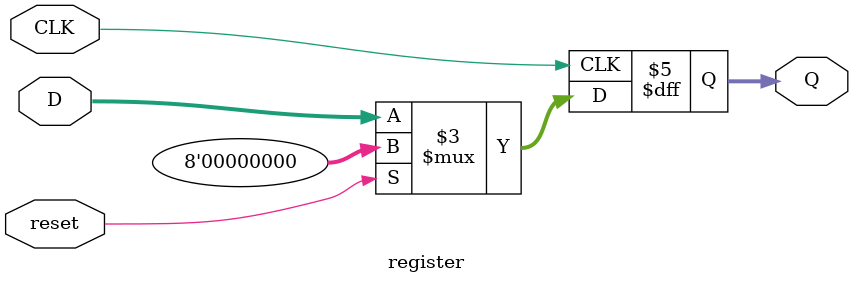
<source format=v>
module register (reset, CLK, D, Q);

    input reset;
    input CLK;
    input [7:0] D;
    output [7:0] Q;
    reg [7:0] Q;

    always @(posedge CLK)

        if (reset)
            Q = 0;
        else
            Q = D;

endmodule
</source>
